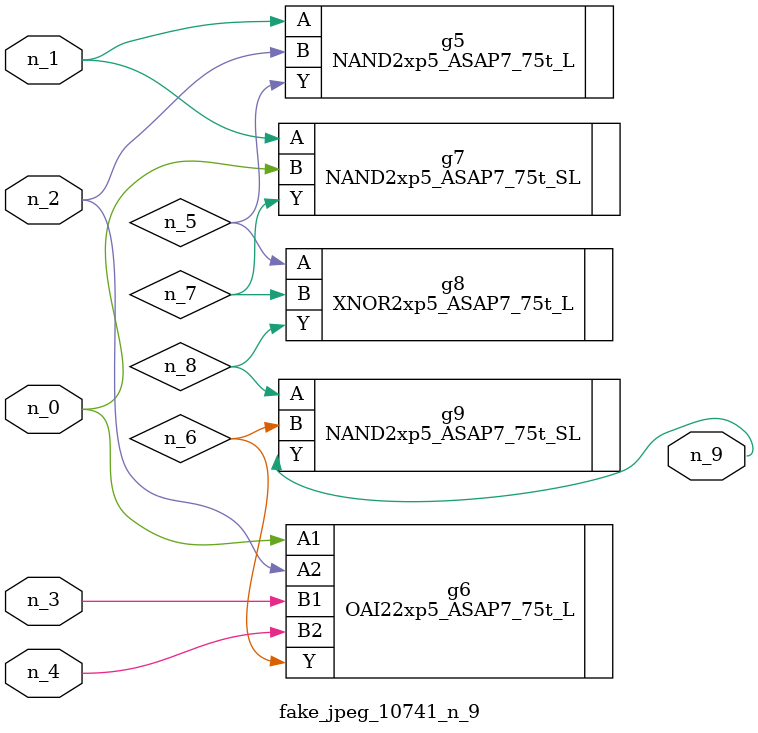
<source format=v>
module fake_jpeg_10741_n_9 (n_3, n_2, n_1, n_0, n_4, n_9);

input n_3;
input n_2;
input n_1;
input n_0;
input n_4;

output n_9;

wire n_8;
wire n_6;
wire n_5;
wire n_7;

NAND2xp5_ASAP7_75t_L g5 ( 
.A(n_1),
.B(n_2),
.Y(n_5)
);

OAI22xp5_ASAP7_75t_L g6 ( 
.A1(n_0),
.A2(n_2),
.B1(n_3),
.B2(n_4),
.Y(n_6)
);

NAND2xp5_ASAP7_75t_SL g7 ( 
.A(n_1),
.B(n_0),
.Y(n_7)
);

XNOR2xp5_ASAP7_75t_L g8 ( 
.A(n_5),
.B(n_7),
.Y(n_8)
);

NAND2xp5_ASAP7_75t_SL g9 ( 
.A(n_8),
.B(n_6),
.Y(n_9)
);


endmodule
</source>
